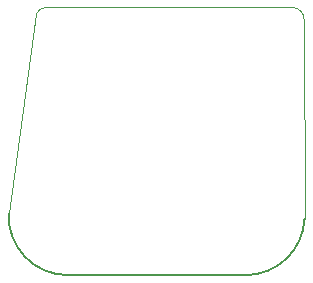
<source format=gbr>
%TF.GenerationSoftware,KiCad,Pcbnew,7.0.8*%
%TF.CreationDate,2024-03-13T10:46:14+01:00*%
%TF.ProjectId,HMI,484d492e-6b69-4636-9164-5f7063625858,rev?*%
%TF.SameCoordinates,Original*%
%TF.FileFunction,Profile,NP*%
%FSLAX46Y46*%
G04 Gerber Fmt 4.6, Leading zero omitted, Abs format (unit mm)*
G04 Created by KiCad (PCBNEW 7.0.8) date 2024-03-13 10:46:14*
%MOMM*%
%LPD*%
G01*
G04 APERTURE LIST*
%TA.AperFunction,Profile*%
%ADD10C,0.200000*%
%TD*%
%TA.AperFunction,Profile*%
%ADD11C,0.100000*%
%TD*%
G04 APERTURE END LIST*
D10*
X150728255Y-116028448D02*
X165795087Y-116028448D01*
D11*
X148943827Y-93365911D02*
G75*
G03*
X148049400Y-93918656I-27J-999989D01*
G01*
X170743830Y-94365870D02*
G75*
G03*
X169743827Y-93365870I-1000030J-30D01*
G01*
X169743827Y-93365870D02*
X148943827Y-93365870D01*
X170789201Y-111270959D02*
X170743827Y-94365870D01*
D10*
X145732865Y-110813672D02*
G75*
G03*
X150728255Y-116028448I4995435J-214728D01*
G01*
X165795087Y-116028483D02*
G75*
G03*
X170789201Y-111270959I13J4999983D01*
G01*
D11*
X148049400Y-93918656D02*
X145732869Y-110813672D01*
M02*

</source>
